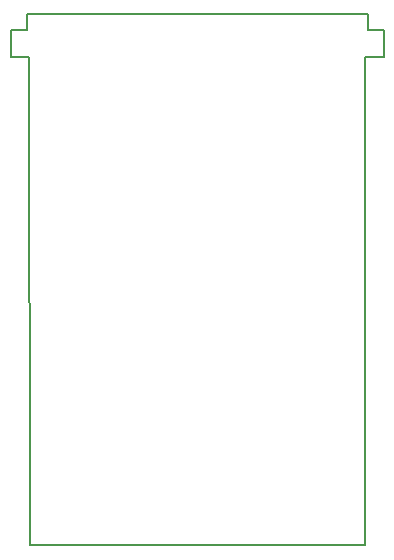
<source format=gbr>
%TF.GenerationSoftware,KiCad,Pcbnew,(5.1.8)-1*%
%TF.CreationDate,2021-12-10T09:18:04+01:00*%
%TF.ProjectId,FirePlace_SideWall,46697265-506c-4616-9365-5f5369646557,rev?*%
%TF.SameCoordinates,Original*%
%TF.FileFunction,Profile,NP*%
%FSLAX46Y46*%
G04 Gerber Fmt 4.6, Leading zero omitted, Abs format (unit mm)*
G04 Created by KiCad (PCBNEW (5.1.8)-1) date 2021-12-10 09:18:04*
%MOMM*%
%LPD*%
G01*
G04 APERTURE LIST*
%TA.AperFunction,Profile*%
%ADD10C,0.200000*%
%TD*%
G04 APERTURE END LIST*
D10*
X51054000Y-29210000D02*
X51054000Y-26924000D01*
X51054000Y-26924000D02*
X52451000Y-26924000D01*
X52451000Y-25607000D02*
X52451000Y-26924000D01*
X81099660Y-29210000D02*
X82677000Y-29210000D01*
X81280000Y-26924000D02*
X82677000Y-26924000D01*
X81280000Y-25607000D02*
X81280000Y-26924000D01*
X52677000Y-70607001D02*
X81077000Y-70607000D01*
X81280000Y-25607000D02*
X52451000Y-25607000D01*
X81077000Y-70607000D02*
X81099660Y-29210000D01*
X52677000Y-70607001D02*
X52654000Y-29210000D01*
X52654000Y-29210000D02*
X51054000Y-29210000D01*
X82677000Y-29210000D02*
X82677000Y-26924000D01*
M02*

</source>
